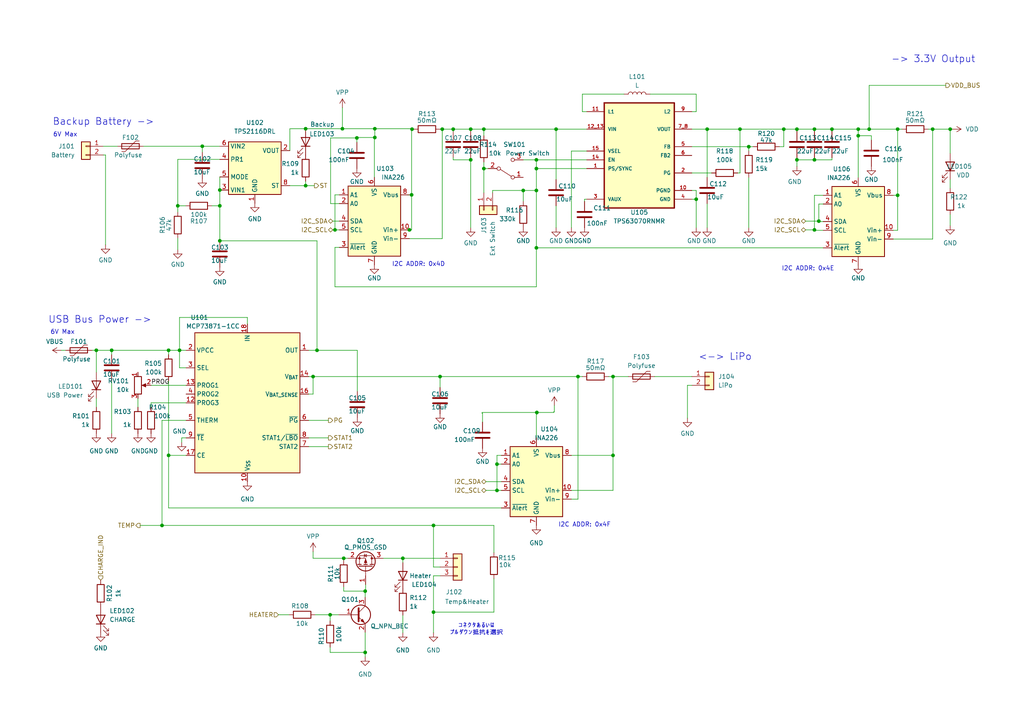
<source format=kicad_sch>
(kicad_sch (version 20250114) (generator "eeschema") (generator_version "9.0")
  (paper "A4")
  (lib_symbols
    (symbol "Battery_Management:MCP73871-1CC"
      (property "Reference" "U" (at -7.62 24.13 0))
      (property "Value" "MCP73871-1CC" (at -15.24 21.59 0))
      (symbol "MCP73871-1CC_1_1"
        (pin input line (at -17.78 15.24 0) (length 2.54) (name "VPCC") (number "2"))
        (pin input line (at -17.78 10.16 0) (length 2.54) (name "SEL") (number "3"))
        (pin bidirectional line (at -17.78 5.08 0) (length 2.54) (name "PROG1") (number "13"))
        (pin input line (at -17.78 2.54 0) (length 2.54) (name "PROG2") (number "4"))
        (pin bidirectional line (at -17.78 0 0) (length 2.54) (name "PROG3") (number "12"))
        (pin bidirectional line (at -17.78 -5.08 0) (length 2.54) (name "THERM") (number "5"))
        (pin input line (at -17.78 -10.16 0) (length 2.54) (name "~{TE}") (number "9"))
        (pin input line (at -17.78 -15.24 0) (length 2.54) (name "CE") (number "17"))
        (pin power_in line (at 0 22.86 270) (length 2.54) (name "IN") (number "18"))
        (pin passive line (at 0 22.86 270) (length 2.54) (hide yes) (name "IN") (number "19"))
        (pin power_in line (at 0 -22.86 90) (length 2.54) (name "V_{SS}") (number "10"))
        (pin passive line (at 0 -22.86 90) (length 2.54) (hide yes) (name "V_{SS}") (number "11"))
        (pin passive line (at 0 -22.86 90) (length 2.54) (hide yes) (name "V_{SS}") (number "21"))
        (pin power_out line (at 17.78 15.24 180) (length 2.54) (name "OUT") (number "1"))
        (pin passive line (at 17.78 15.24 180) (length 2.54) (hide yes) (name "OUT") (number "20"))
        (pin power_out line (at 17.78 7.62 180) (length 2.54) (name "V_{BAT}") (number "14"))
        (pin passive line (at 17.78 7.62 180) (length 2.54) (hide yes) (name "V_{BAT}") (number "15"))
        (pin input line (at 17.78 2.54 180) (length 2.54) (name "V_{BAT_SENSE}") (number "16"))
        (pin open_collector line (at 17.78 -5.08 180) (length 2.54) (name "~{PG}") (number "6"))
        (pin open_collector line (at 17.78 -10.16 180) (length 2.54) (name "STAT1/~{LBO}") (number "8"))
        (pin open_collector line (at 17.78 -12.7 180) (length 2.54) (name "STAT2") (number "7"))
      )
    )
    (symbol "Connector_Generic:Conn_01x02" (pin_names (offset 1.016) (hide yes))
      (property "Reference" "J" (at 0 2.54 0))
      (property "Value" "Conn_01x02" (at 0 -5.08 0))
      (symbol "Conn_01x02_1_1"
        (pin passive line (at -5.08 0 0) (length 3.81) (name "Pin_1") (number "1"))
        (pin passive line (at -5.08 -2.54 0) (length 3.81) (name "Pin_2") (number "2"))
      )
    )
    (symbol "Connector_Generic:Conn_01x03" (pin_names (offset 1.016) (hide yes))
      (property "Reference" "J" (at 0 5.08 0))
      (property "Value" "Conn_01x03" (at 0 -5.08 0))
      (symbol "Conn_01x03_1_1"
        (pin passive line (at -5.08 2.54 0) (length 3.81) (name "Pin_1") (number "1"))
        (pin passive line (at -5.08 0 0) (length 3.81) (name "Pin_2") (number "2"))
        (pin passive line (at -5.08 -2.54 0) (length 3.81) (name "Pin_3") (number "3"))
      )
    )
    (symbol "Device:C" (pin_numbers (hide yes)) (pin_names (offset 0.254))
      (property "Reference" "C" (at 0.635 2.54 0))
      (property "Value" "C" (at 0.635 -2.54 0))
      (symbol "C_1_1"
        (pin passive line (at 0 3.81 270) (length 2.794) (name "~") (number "1"))
        (pin passive line (at 0 -3.81 90) (length 2.794) (name "~") (number "2"))
      )
    )
    (symbol "Device:L" (pin_numbers (hide yes)) (pin_names (offset 1.016) (hide yes))
      (property "Reference" "L" (at -1.27 0 90))
      (property "Value" "L" (at 1.905 0 90))
      (symbol "L_1_1"
        (pin passive line (at 0 3.81 270) (length 1.27) (name "1") (number "1"))
        (pin passive line (at 0 -3.81 90) (length 1.27) (name "2") (number "2"))
      )
    )
    (symbol "Device:LED" (pin_numbers (hide yes)) (pin_names (offset 1.016) (hide yes))
      (property "Reference" "D" (at 0 2.54 0))
      (property "Value" "LED" (at 0 -2.54 0))
      (symbol "LED_1_1"
        (pin passive line (at -3.81 0 0) (length 2.54) (name "K") (number "1"))
        (pin passive line (at 3.81 0 180) (length 2.54) (name "A") (number "2"))
      )
    )
    (symbol "Device:Polyfuse" (pin_numbers (hide yes)) (pin_names (offset 0))
      (property "Reference" "F" (at -2.54 0 90))
      (property "Value" "Polyfuse" (at 2.54 0 90))
      (symbol "Polyfuse_1_1"
        (pin passive line (at 0 3.81 270) (length 1.27) (name "~") (number "1"))
        (pin passive line (at 0 -3.81 90) (length 1.27) (name "~") (number "2"))
      )
    )
    (symbol "Device:Q_NPN_BEC" (pin_names (offset 0) (hide yes))
      (property "Reference" "Q" (at 5.08 1.27 0))
      (property "Value" "Q_NPN_BEC" (at 5.08 -1.27 0))
      (symbol "Q_NPN_BEC_1_1"
        (pin input line (at -5.08 0 0) (length 5.715) (name "B") (number "1"))
        (pin passive line (at 2.54 5.08 270) (length 2.54) (name "C") (number "3"))
        (pin passive line (at 2.54 -5.08 90) (length 2.54) (name "E") (number "2"))
      )
    )
    (symbol "Device:Q_PMOS_GSD" (pin_names (offset 0) (hide yes))
      (property "Reference" "Q" (at 5.08 1.27 0))
      (property "Value" "Q_PMOS_GSD" (at 5.08 -1.27 0))
      (symbol "Q_PMOS_GSD_1_1"
        (pin input line (at -5.08 0 0) (length 2.54) (name "G") (number "1"))
        (pin passive line (at 2.54 5.08 270) (length 2.54) (name "D") (number "3"))
        (pin passive line (at 2.54 -5.08 90) (length 2.54) (name "S") (number "2"))
      )
    )
    (symbol "Device:R" (pin_numbers (hide yes)) (pin_names (offset 0))
      (property "Reference" "R" (at 2.032 0 90))
      (property "Value" "R" (at 0 0 90))
      (symbol "R_1_1"
        (pin passive line (at 0 3.81 270) (length 1.27) (name "~") (number "1"))
        (pin passive line (at 0 -3.81 90) (length 1.27) (name "~") (number "2"))
      )
    )
    (symbol "Device:R_Potentiometer" (pin_names (offset 1.016) (hide yes))
      (property "Reference" "RV" (at -4.445 0 90))
      (property "Value" "R_Potentiometer" (at -2.54 0 90))
      (symbol "R_Potentiometer_1_1"
        (pin passive line (at 0 3.81 270) (length 1.27) (name "1") (number "1"))
        (pin passive line (at 0 -3.81 90) (length 1.27) (name "3") (number "3"))
        (pin passive line (at 3.81 0 180) (length 1.27) (name "2") (number "2"))
      )
    )
    (symbol "GND_1" (power) (pin_numbers (hide yes)) (pin_names (offset 0) (hide yes))
      (property "Value" "GND" (at 0 -3.81 0))
      (symbol "GND_1_1_1"
        (pin power_in line (at 0 0 270) (length 0) (name "~") (number "1"))
      )
    )
    (symbol "GND_2" (power) (pin_numbers (hide yes)) (pin_names (offset 0) (hide yes))
      (property "Value" "GND" (at 0 -3.81 0))
      (symbol "GND_2_1_1"
        (pin power_in line (at 0 0 270) (length 0) (name "~") (number "1"))
      )
    )
    (symbol "Power_Management:TPS2116DRL"
      (property "Reference" "U306" (at 0 13.208 0))
      (property "Value" "TPS2116DRL" (at 0 10.668 0))
      (symbol "TPS2116DRL_1_0"
        (pin power_out line (at 10.16 5.08 180) (length 2.54) (hide yes) (name "VOUT") (number "7"))
      )
      (symbol "TPS2116DRL_1_1"
        (pin power_in line (at -10.16 6.35 0) (length 2.54) (name "VIN2") (number "6"))
        (pin input line (at -10.16 2.54 0) (length 2.54) (name "PR1") (number "4"))
        (pin input line (at -10.16 -2.54 0) (length 2.54) (name "MODE") (number "5"))
        (pin power_in line (at -10.16 -6.35 0) (length 2.54) (name "VIN1") (number "3"))
        (pin power_in line (at 0 -10.16 90) (length 2.54) (name "GND") (number "1"))
        (pin power_out line (at 10.16 5.08 180) (length 2.54) (name "VOUT") (number "2"))
        (pin open_collector line (at 10.16 -5.08 180) (length 2.54) (name "ST") (number "8"))
      )
    )
    (symbol "Sensor_Energy:INA226"
      (property "Reference" "U" (at -6.35 11.43 0))
      (property "Value" "INA226" (at 3.81 11.43 0))
      (symbol "INA226_1_1"
        (pin input line (at -10.16 7.62 0) (length 2.54) (name "Vbus") (number "8"))
        (pin input line (at -10.16 -2.54 0) (length 2.54) (name "Vin+") (number "10"))
        (pin input line (at -10.16 -5.08 0) (length 2.54) (name "Vin-") (number "9"))
        (pin power_in line (at 0 12.7 270) (length 2.54) (name "VS") (number "6"))
        (pin power_in line (at 0 -12.7 90) (length 2.54) (name "GND") (number "7"))
        (pin input line (at 10.16 7.62 180) (length 2.54) (name "A1") (number "1"))
        (pin input line (at 10.16 5.08 180) (length 2.54) (name "A0") (number "2"))
        (pin bidirectional line (at 10.16 0 180) (length 2.54) (name "SDA") (number "4"))
        (pin input line (at 10.16 -2.54 180) (length 2.54) (name "SCL") (number "5"))
        (pin open_collector line (at 10.16 -7.62 180) (length 2.54) (name "~{Alert}") (number "3"))
      )
    )
    (symbol "Switch:SW_SPDT" (pin_names (offset 0) (hide yes))
      (property "Reference" "SW" (at 0 4.318 0))
      (property "Value" "SW_SPDT" (at 0 -5.08 0))
      (symbol "SW_SPDT_1_1"
        (pin passive line (at -5.08 0 0) (length 2.54) (name "B") (number "2"))
        (pin passive line (at 5.08 2.54 180) (length 2.54) (name "A") (number "1"))
        (pin passive line (at 5.08 -2.54 180) (length 2.54) (name "C") (number "3"))
      )
    )
    (symbol "WOBCLibrary:TPS63070RNMR" (pin_names (offset 1.016))
      (property "Reference" "U" (at -12.7 29.21 0))
      (property "Value" "TPS63070RNMR" (at -12.7 -19.24 0))
      (symbol "TPS63070RNMR_0_0"
        (pin bidirectional line (at -15.24 12.7 0) (length 5.08) (name "L1") (number "11"))
        (pin input line (at -15.24 7.62 0) (length 5.08) (name "VIN") (number "12_13"))
        (pin input line (at -15.24 1.27 0) (length 5.08) (name "VSEL") (number "15"))
        (pin input line (at -15.24 -1.27 0) (length 5.08) (name "EN") (number "14"))
        (pin input line (at -15.24 -3.81 0) (length 5.08) (name "PS/SYNC") (number "1"))
        (pin output line (at -15.24 -12.7 0) (length 5.08) (name "VAUX") (number "3"))
        (pin bidirectional line (at 15.24 12.7 180) (length 5.08) (name "L2") (number "9"))
        (pin output line (at 15.24 7.62 180) (length 5.08) (name "VOUT") (number "7_8"))
        (pin input line (at 15.24 2.54 180) (length 5.08) (name "FB") (number "5"))
        (pin output line (at 15.24 0 180) (length 5.08) (name "FB2") (number "6"))
        (pin output line (at 15.24 -5.08 180) (length 5.08) (name "PG") (number "2"))
        (pin power_in line (at 15.24 -10.16 180) (length 5.08) (name "PGND") (number "10"))
        (pin power_in line (at 15.24 -12.7 180) (length 5.08) (name "GND") (number "4"))
      )
    )
    (symbol "power:GND" (power) (pin_names (offset 0))
      (property "Value" "GND" (at 0 -3.81 0))
      (symbol "GND_1_1"
        (pin power_in line (at 0 0 270) (length 0) (hide yes) (name "GND") (number "1"))
      )
    )
    (symbol "power:VBUS" (power) (pin_names (offset 0))
      (property "Value" "VBUS" (at 0 3.81 0))
      (symbol "VBUS_1_1"
        (pin power_in line (at 0 0 90) (length 0) (hide yes) (name "VBUS") (number "1"))
      )
    )
    (symbol "power:VDD" (power) (pin_names (offset 0))
      (property "Value" "VDD" (at 0 3.81 0))
      (symbol "VDD_1_1"
        (pin power_in line (at 0 0 90) (length 0) (hide yes) (name "VDD") (number "1"))
      )
    )
    (symbol "power:VPP" (power) (pin_names (offset 0))
      (property "Value" "VPP" (at 0 3.81 0))
      (symbol "VPP_1_1"
        (pin power_in line (at 0 0 90) (length 0) (hide yes) (name "VPP") (number "1"))
      )
    )
  )
  (text "6V Max" (at 14.605 97.155 0) (effects (font (size 1.27 1.27)) (justify left bottom)))
  (text "USB Bus Power ->" (at 13.97 93.98 0) (effects (font (size 2 2)) (justify left bottom)))
  (text "<-> LiPo" (at 202.565 104.775 0) (effects (font (size 2 2)) (justify left bottom)))
  (text "I2C ADDR: 0x4D" (at 113.665 77.47 0) (effects (font (size 1.27 1.27)) (justify left bottom)))
  (text "I2C ADDR: 0x4F" (at 161.925 153.035 0) (effects (font (size 1.27 1.27)) (justify left bottom)))
  (text "-> 3.3V Output" (at 258.445 18.415 0) (effects (font (size 2 2)) (justify left bottom)))
  (text "6V Max" (at 15.367 39.878 0) (effects (font (size 1.27 1.27)) (justify left bottom)))
  (text "I2C ADDR: 0x4E" (at 226.695 78.74 0) (effects (font (size 1.27 1.27)) (justify left bottom)))
  (text "コネクタあるいは\nプルダウン抵抗を選択" (at 138.176 182.626 0) (effects (font (size 1.27 1.27))))
  (text "Backup Battery ->" (at 15.24 36.576 0) (effects (font (size 2 2)) (justify left bottom)))
  (junction (at 108.712 37.338))
  (junction (at 260.35 56.642))
  (junction (at 214.63 37.465))
  (junction (at 63.754 69.85))
  (junction (at 105.918 189.23))
  (junction (at 119.507 37.465))
  (junction (at 248.92 37.465))
  (junction (at 231.14 46.355))
  (junction (at 125.73 177.546))
  (junction (at 125.73 152.4))
  (junction (at 155.575 48.895))
  (junction (at 237.49 64.135))
  (junction (at 227.33 37.465))
  (junction (at 88.646 37.338))
  (junction (at 201.93 57.785))
  (junction (at 217.17 42.545))
  (junction (at 131.445 37.465))
  (junction (at 236.22 46.355))
  (junction (at 128.27 37.465))
  (junction (at 32.385 101.6))
  (junction (at 236.22 66.675))
  (junction (at 27.94 101.6))
  (junction (at 88.646 53.848))
  (junction (at 161.29 37.465))
  (junction (at 252.095 37.465))
  (junction (at 151.765 55.245))
  (junction (at 144.145 142.24))
  (junction (at 108.712 39.878))
  (junction (at 90.805 109.22))
  (junction (at 99.695 161.925))
  (junction (at 231.14 37.465))
  (junction (at 167.64 109.22))
  (junction (at 51.562 59.69))
  (junction (at 91.948 101.6))
  (junction (at 236.22 37.465))
  (junction (at 127.635 109.22))
  (junction (at 155.575 71.882))
  (junction (at 260.35 37.465))
  (junction (at 97.155 66.675))
  (junction (at 155.702 119.634))
  (junction (at 140.335 37.465))
  (junction (at 95.758 178.308))
  (junction (at 119.38 56.515))
  (junction (at 140.335 48.895))
  (junction (at 144.145 134.62))
  (junction (at 270.51 37.465))
  (junction (at 103.505 40.005))
  (junction (at 105.918 171.45))
  (junction (at 116.84 161.925))
  (junction (at 52.07 101.6))
  (junction (at 118.745 66.675))
  (junction (at 48.895 132.08))
  (junction (at 177.8 132.08))
  (junction (at 46.99 152.4))
  (junction (at 275.59 37.465))
  (junction (at 63.754 55.118))
  (junction (at 241.3 37.465))
  (junction (at 136.525 37.465))
  (junction (at 205.105 37.465))
  (junction (at 155.575 46.355))
  (junction (at 136.525 46.355))
  (junction (at 63.754 59.69))
  (junction (at 155.575 55.245))
  (junction (at 99.314 37.338))
  (junction (at 48.895 101.6))
  (junction (at 248.92 39.37))
  (junction (at 58.674 42.418))
  (junction (at 177.8 109.22))
  (wire (pts (xy 142.875 55.245) (xy 151.765 55.245)))
  (wire (pts (xy 199.39 111.76) (xy 200.66 111.76)))
  (wire (pts (xy 217.17 42.545) (xy 218.44 42.545)))
  (wire (pts (xy 98.425 71.755) (xy 97.155 71.755)))
  (wire (pts (xy 51.562 59.69) (xy 51.562 61.468)))
  (wire (pts (xy 259.08 56.642) (xy 260.35 56.642)))
  (wire (pts (xy 89.535 127) (xy 95.25 127)))
  (wire (pts (xy 88.646 53.848) (xy 84.074 53.848)))
  (wire (pts (xy 270.51 37.465) (xy 275.59 37.465)))
  (wire (pts (xy 199.39 121.285) (xy 199.39 111.76)))
  (wire (pts (xy 161.29 37.465) (xy 170.18 37.465)))
  (wire (pts (xy 95.758 178.308) (xy 98.298 178.308)))
  (wire (pts (xy 236.22 45.72) (xy 236.22 46.355)))
  (wire (pts (xy 236.22 37.465) (xy 241.3 37.465)))
  (wire (pts (xy 144.145 134.62) (xy 144.145 132.08)))
  (wire (pts (xy 189.865 109.22) (xy 200.66 109.22)))
  (wire (pts (xy 217.17 43.815) (xy 217.17 42.545)))
  (wire (pts (xy 206.375 50.165) (xy 200.66 50.165)))
  (wire (pts (xy 168.91 32.385) (xy 170.18 32.385)))
  (wire (pts (xy 140.335 37.465) (xy 161.29 37.465)))
  (wire (pts (xy 105.918 171.45) (xy 106.045 171.45)))
  (wire (pts (xy 248.92 39.37) (xy 248.92 51.562)))
  (wire (pts (xy 201.93 27.305) (xy 201.93 32.385)))
  (wire (pts (xy 105.918 190.5) (xy 105.918 189.23)))
  (wire (pts (xy 95.885 59.055) (xy 95.885 40.005)))
  (wire (pts (xy 43.815 118.11) (xy 43.815 116.84)))
  (wire (pts (xy 155.575 48.895) (xy 155.575 55.245)))
  (wire (pts (xy 84.074 37.338) (xy 88.646 37.338)))
  (wire (pts (xy 160.655 119.38) (xy 160.655 119.634)))
  (wire (pts (xy 17.78 101.6) (xy 19.05 101.6)))
  (wire (pts (xy 48.895 132.08) (xy 48.895 147.32)))
  (wire (pts (xy 155.702 119.634) (xy 155.702 120.142)))
  (wire (pts (xy 29.972 44.958) (xy 30.607 44.958)))
  (wire (pts (xy 176.53 109.22) (xy 177.8 109.22)))
  (wire (pts (xy 252.73 39.37) (xy 248.92 39.37)))
  (wire (pts (xy 98.425 56.515) (xy 97.155 56.515)))
  (wire (pts (xy 136.525 45.72) (xy 136.525 46.355)))
  (wire (pts (xy 201.93 57.785) (xy 200.66 57.785)))
  (wire (pts (xy 236.22 46.355) (xy 231.14 46.355)))
  (wire (pts (xy 58.674 42.418) (xy 63.754 42.418)))
  (wire (pts (xy 143.256 152.4) (xy 143.256 160.274)))
  (wire (pts (xy 48.895 101.6) (xy 48.895 102.87)))
  (wire (pts (xy 108.712 37.338) (xy 119.507 37.338)))
  (wire (pts (xy 139.827 119.888) (xy 139.827 119.634)))
  (wire (pts (xy 131.445 45.72) (xy 131.445 46.355)))
  (wire (pts (xy 105.918 189.23) (xy 105.918 183.388)))
  (wire (pts (xy 248.92 76.962) (xy 248.92 76.835)))
  (wire (pts (xy 252.095 37.465) (xy 260.35 37.465)))
  (wire (pts (xy 41.656 42.418) (xy 58.674 42.418)))
  (wire (pts (xy 260.35 37.465) (xy 261.62 37.465)))
  (wire (pts (xy 95.758 180.086) (xy 95.758 178.308)))
  (wire (pts (xy 236.22 66.802) (xy 238.76 66.802)))
  (wire (pts (xy 142.875 55.88) (xy 142.875 55.245)))
  (wire (pts (xy 160.782 119.38) (xy 160.782 117.602)))
  (wire (pts (xy 99.314 31.242) (xy 99.314 37.338)))
  (wire (pts (xy 260.35 37.465) (xy 260.35 56.642)))
  (wire (pts (xy 155.575 71.882) (xy 238.76 71.882)))
  (wire (pts (xy 90.805 114.3) (xy 90.805 109.22)))
  (wire (pts (xy 88.646 53.848) (xy 88.646 52.578)))
  (wire (pts (xy 177.8 132.08) (xy 177.8 109.22)))
  (wire (pts (xy 53.975 121.92) (xy 46.99 121.92)))
  (wire (pts (xy 63.754 46.228) (xy 51.562 46.228)))
  (wire (pts (xy 32.385 110.49) (xy 32.385 125.73)))
  (wire (pts (xy 98.425 59.055) (xy 95.885 59.055)))
  (wire (pts (xy 63.754 69.85) (xy 63.754 59.69)))
  (wire (pts (xy 241.3 46.355) (xy 236.22 46.355)))
  (wire (pts (xy 99.314 37.338) (xy 108.712 37.338)))
  (wire (pts (xy 139.827 119.888) (xy 139.954 119.888)))
  (wire (pts (xy 217.17 51.435) (xy 217.17 66.04)))
  (wire (pts (xy 275.59 65.405) (xy 275.59 62.23)))
  (wire (pts (xy 140.97 139.7) (xy 145.415 139.7)))
  (wire (pts (xy 131.445 37.465) (xy 131.445 38.1)))
  (wire (pts (xy 97.155 71.755) (xy 97.155 83.185)))
  (wire (pts (xy 108.712 37.338) (xy 108.712 39.878)))
  (wire (pts (xy 80.772 178.308) (xy 83.82 178.308)))
  (wire (pts (xy 136.525 37.465) (xy 140.335 37.465)))
  (wire (pts (xy 63.754 51.308) (xy 63.754 55.118)))
  (wire (pts (xy 200.66 37.465) (xy 205.105 37.465)))
  (wire (pts (xy 106.045 171.45) (xy 106.045 169.545)))
  (wire (pts (xy 90.805 109.22) (xy 127.635 109.22)))
  (wire (pts (xy 165.735 144.78) (xy 167.64 144.78)))
  (wire (pts (xy 97.155 56.515) (xy 97.155 66.675)))
  (wire (pts (xy 140.335 37.465) (xy 140.335 39.37)))
  (wire (pts (xy 127.635 109.22) (xy 127.635 112.395)))
  (wire (pts (xy 205.105 66.04) (xy 205.105 59.055)))
  (wire (pts (xy 252.73 40.64) (xy 252.73 39.37)))
  (wire (pts (xy 236.22 56.642) (xy 236.22 66.675)))
  (wire (pts (xy 233.68 66.675) (xy 236.22 66.675)))
  (wire (pts (xy 227.33 37.465) (xy 231.14 37.465)))
  (wire (pts (xy 51.562 46.228) (xy 51.562 59.69)))
  (wire (pts (xy 136.525 46.355) (xy 136.525 66.04)))
  (wire (pts (xy 127.635 37.465) (xy 128.27 37.465)))
  (wire (pts (xy 27.94 118.11) (xy 27.94 115.57)))
  (wire (pts (xy 51.562 69.088) (xy 51.562 72.39)))
  (wire (pts (xy 236.22 66.802) (xy 236.22 66.675)))
  (wire (pts (xy 169.545 58.42) (xy 169.545 57.785)))
  (wire (pts (xy 58.674 42.418) (xy 58.674 44.196)))
  (wire (pts (xy 91.44 178.308) (xy 95.758 178.308)))
  (wire (pts (xy 108.712 40.259) (xy 108.585 40.259)))
  (wire (pts (xy 167.64 109.22) (xy 168.91 109.22)))
  (wire (pts (xy 116.84 161.925) (xy 127.635 161.925)))
  (wire (pts (xy 108.585 40.259) (xy 108.585 51.435)))
  (wire (pts (xy 103.505 41.275) (xy 103.505 40.005)))
  (wire (pts (xy 144.145 134.62) (xy 144.145 142.24)))
  (wire (pts (xy 131.445 37.465) (xy 136.525 37.465)))
  (wire (pts (xy 140.97 142.24) (xy 144.145 142.24)))
  (wire (pts (xy 88.646 37.338) (xy 99.314 37.338)))
  (wire (pts (xy 26.67 101.6) (xy 27.94 101.6)))
  (wire (pts (xy 241.3 37.465) (xy 241.3 38.1)))
  (wire (pts (xy 118.11 66.675) (xy 118.745 66.675)))
  (wire (pts (xy 248.92 37.465) (xy 248.92 39.37)))
  (wire (pts (xy 168.91 27.305) (xy 168.91 32.385)))
  (wire (pts (xy 145.415 134.62) (xy 144.145 134.62)))
  (wire (pts (xy 140.335 48.895) (xy 140.335 55.88)))
  (wire (pts (xy 275.59 37.465) (xy 276.225 37.465)))
  (wire (pts (xy 91.948 101.6) (xy 103.632 101.6)))
  (wire (pts (xy 155.575 46.355) (xy 170.18 46.355)))
  (wire (pts (xy 99.695 170.18) (xy 99.695 171.45)))
  (wire (pts (xy 201.93 32.385) (xy 200.66 32.385)))
  (wire (pts (xy 96.52 64.135) (xy 98.425 64.135)))
  (wire (pts (xy 241.3 45.72) (xy 241.3 46.355)))
  (wire (pts (xy 248.92 37.465) (xy 252.095 37.465)))
  (wire (pts (xy 167.64 109.22) (xy 167.64 144.78)))
  (wire (pts (xy 136.525 37.465) (xy 136.525 38.1)))
  (wire (pts (xy 71.755 92.075) (xy 71.755 93.98)))
  (wire (pts (xy 51.562 59.69) (xy 53.848 59.69)))
  (wire (pts (xy 274.32 24.765) (xy 252.095 24.765)))
  (wire (pts (xy 46.99 152.4) (xy 125.73 152.4)))
  (wire (pts (xy 52.07 101.6) (xy 53.975 101.6)))
  (wire (pts (xy 32.385 101.6) (xy 32.385 102.87)))
  (wire (pts (xy 214.63 37.465) (xy 227.33 37.465)))
  (wire (pts (xy 84.074 43.688) (xy 84.074 37.338)))
  (wire (pts (xy 170.18 43.815) (xy 165.735 43.815)))
  (wire (pts (xy 116.84 183.515) (xy 116.84 178.435)))
  (wire (pts (xy 52.07 106.68) (xy 52.07 101.6)))
  (wire (pts (xy 259.08 66.802) (xy 260.35 66.802)))
  (wire (pts (xy 165.735 132.08) (xy 177.8 132.08)))
  (wire (pts (xy 52.705 128.27) (xy 52.705 127)))
  (wire (pts (xy 95.25 129.54) (xy 89.535 129.54)))
  (wire (pts (xy 231.14 46.355) (xy 231.14 45.72)))
  (wire (pts (xy 237.49 59.182) (xy 237.49 64.135)))
  (wire (pts (xy 155.575 120.142) (xy 155.575 127)))
  (wire (pts (xy 108.712 39.878) (xy 108.712 40.259)))
  (wire (pts (xy 127.635 164.465) (xy 125.73 164.465)))
  (wire (pts (xy 177.8 109.22) (xy 182.245 109.22)))
  (wire (pts (xy 103.505 39.878) (xy 103.505 40.005)))
  (wire (pts (xy 260.35 66.802) (xy 260.35 56.642)))
  (wire (pts (xy 91.186 53.848) (xy 88.646 53.848)))
  (wire (pts (xy 95.885 40.005) (xy 103.505 40.005)))
  (wire (pts (xy 95.758 189.23) (xy 105.918 189.23)))
  (wire (pts (xy 140.335 46.99) (xy 140.335 48.895)))
  (wire (pts (xy 213.995 50.165) (xy 214.63 50.165)))
  (wire (pts (xy 201.93 57.785) (xy 201.93 66.04)))
  (wire (pts (xy 90.805 160.02) (xy 90.805 161.925)))
  (wire (pts (xy 118.745 66.675) (xy 119.38 66.675)))
  (wire (pts (xy 200.66 42.545) (xy 217.17 42.545)))
  (wire (pts (xy 119.38 66.675) (xy 119.38 56.515)))
  (wire (pts (xy 125.73 167.005) (xy 127.635 167.005)))
  (wire (pts (xy 226.06 42.545) (xy 227.33 42.545)))
  (wire (pts (xy 139.827 119.634) (xy 155.702 119.634)))
  (wire (pts (xy 151.765 46.355) (xy 155.575 46.355)))
  (wire (pts (xy 160.655 119.38) (xy 160.782 119.38)))
  (wire (pts (xy 125.73 177.546) (xy 143.256 177.546)))
  (wire (pts (xy 128.27 37.465) (xy 131.445 37.465)))
  (wire (pts (xy 237.49 64.262) (xy 238.76 64.262)))
  (wire (pts (xy 238.76 59.182) (xy 237.49 59.182)))
  (wire (pts (xy 105.918 171.45) (xy 105.918 173.228)))
  (wire (pts (xy 89.535 114.3) (xy 90.805 114.3)))
  (wire (pts (xy 170.18 48.895) (xy 155.575 48.895)))
  (wire (pts (xy 91.948 69.85) (xy 91.948 101.6)))
  (wire (pts (xy 53.975 106.68) (xy 52.07 106.68)))
  (wire (pts (xy 205.105 37.465) (xy 214.63 37.465)))
  (wire (pts (xy 63.754 59.69) (xy 63.754 55.118)))
  (wire (pts (xy 30.607 44.958) (xy 30.607 70.993)))
  (wire (pts (xy 144.145 142.24) (xy 145.415 142.24)))
  (wire (pts (xy 95.758 187.706) (xy 95.758 189.23)))
  (wire (pts (xy 237.49 64.262) (xy 237.49 64.135)))
  (wire (pts (xy 99.695 161.925) (xy 100.965 161.925)))
  (wire (pts (xy 205.105 37.465) (xy 205.105 51.435)))
  (wire (pts (xy 201.93 55.245) (xy 201.93 57.785)))
  (wire (pts (xy 161.29 52.07) (xy 161.29 37.465)))
  (wire (pts (xy 155.575 55.245) (xy 155.575 71.882)))
  (wire (pts (xy 99.695 171.45) (xy 105.918 171.45)))
  (wire (pts (xy 97.155 83.185) (xy 155.575 83.185)))
  (wire (pts (xy 90.805 161.925) (xy 99.695 161.925)))
  (wire (pts (xy 155.575 46.355) (xy 155.575 48.895)))
  (wire (pts (xy 103.632 101.6) (xy 103.632 113.538)))
  (wire (pts (xy 227.33 42.545) (xy 227.33 37.465)))
  (wire (pts (xy 214.63 50.165) (xy 214.63 37.465)))
  (wire (pts (xy 46.99 121.92) (xy 46.99 152.4)))
  (wire (pts (xy 61.468 59.69) (xy 63.754 59.69)))
  (wire (pts (xy 118.745 69.215) (xy 128.27 69.215)))
  (wire (pts (xy 161.29 59.69) (xy 161.29 66.04)))
  (wire (pts (xy 269.24 37.465) (xy 270.51 37.465)))
  (wire (pts (xy 155.575 83.185) (xy 155.575 71.882)))
  (wire (pts (xy 236.22 56.642) (xy 238.76 56.642)))
  (wire (pts (xy 144.145 132.08) (xy 145.415 132.08)))
  (wire (pts (xy 125.73 164.465) (xy 125.73 152.4)))
  (wire (pts (xy 165.735 43.815) (xy 165.735 66.04)))
  (wire (pts (xy 270.51 69.342) (xy 270.51 37.465)))
  (wire (pts (xy 165.735 142.24) (xy 177.8 142.24)))
  (wire (pts (xy 43.815 111.76) (xy 53.975 111.76)))
  (wire (pts (xy 52.07 92.075) (xy 52.07 101.6)))
  (wire (pts (xy 259.08 69.342) (xy 270.51 69.342)))
  (wire (pts (xy 43.815 116.84) (xy 53.975 116.84)))
  (wire (pts (xy 169.545 57.785) (xy 170.18 57.785)))
  (wire (pts (xy 151.765 55.245) (xy 151.765 58.42)))
  (wire (pts (xy 200.66 55.245) (xy 201.93 55.245)))
  (wire (pts (xy 131.445 46.355) (xy 136.525 46.355)))
  (wire (pts (xy 143.256 177.546) (xy 143.256 167.894)))
  (wire (pts (xy 89.535 121.92) (xy 95.25 121.92)))
  (wire (pts (xy 127.635 109.22) (xy 167.64 109.22)))
  (wire (pts (xy 119.507 37.338) (xy 119.507 37.465)))
  (wire (pts (xy 241.3 37.465) (xy 248.92 37.465)))
  (wire (pts (xy 103.505 39.878) (xy 108.712 39.878)))
  (wire (pts (xy 29.972 42.418) (xy 34.036 42.418)))
  (wire (pts (xy 32.385 101.6) (xy 48.895 101.6)))
  (wire (pts (xy 111.125 161.925) (xy 116.84 161.925)))
  (wire (pts (xy 118.11 56.515) (xy 119.38 56.515)))
  (wire (pts (xy 48.895 110.49) (xy 48.895 132.08)))
  (wire (pts (xy 233.68 64.135) (xy 237.49 64.135)))
  (wire (pts (xy 40.64 152.4) (xy 46.99 152.4)))
  (wire (pts (xy 160.655 119.634) (xy 155.702 119.634)))
  (wire (pts (xy 119.38 37.465) (xy 119.38 56.515)))
  (wire (pts (xy 99.695 161.925) (xy 99.695 162.56)))
  (wire (pts (xy 71.755 92.075) (xy 52.07 92.075)))
  (wire (pts (xy 89.535 101.6) (xy 91.948 101.6)))
  (wire (pts (xy 151.765 55.245) (xy 155.575 55.245)))
  (wire (pts (xy 96.52 66.675) (xy 97.155 66.675)))
  (wire (pts (xy 116.84 163.195) (xy 116.84 161.925)))
  (wire (pts (xy 125.73 152.4) (xy 143.256 152.4)))
  (wire (pts (xy 231.14 37.465) (xy 231.14 38.1)))
  (wire (pts (xy 48.895 147.32) (xy 145.415 147.32)))
  (wire (pts (xy 27.94 101.6) (xy 32.385 101.6)))
  (wire (pts (xy 97.155 66.675) (xy 98.425 66.675)))
  (wire (pts (xy 139.954 119.888) (xy 139.954 122.428)))
  (wire (pts (xy 40.005 118.11) (xy 40.005 115.57)))
  (wire (pts (xy 275.59 54.61) (xy 275.59 52.07)))
  (wire (pts (xy 275.59 37.465) (xy 275.59 44.45)))
  (wire (pts (xy 180.975 27.305) (xy 168.91 27.305)))
  (wire (pts (xy 119.38 37.465) (xy 119.507 37.465)))
  (wire (pts (xy 125.73 177.546) (xy 125.73 167.005)))
  (wire (pts (xy 119.507 37.465) (xy 120.015 37.465)))
  (wire (pts (xy 252.095 24.765) (xy 252.095 37.465)))
  (wire (pts (xy 89.535 109.22) (xy 90.805 109.22)))
  (wire (pts (xy 125.73 183.515) (xy 125.73 177.546)))
  (wire (pts (xy 63.754 69.85) (xy 91.948 69.85)))
  (wire (pts (xy 128.27 69.215) (xy 128.27 37.465)))
  (wire (pts (xy 231.14 46.355) (xy 231.14 48.26)))
  (wire (pts (xy 27.94 101.6) (xy 27.94 107.95)))
  (wire (pts (xy 140.335 48.895) (xy 141.605 48.895)))
  (wire (pts (xy 236.22 37.465) (xy 236.22 38.1)))
  (wire (pts (xy 155.702 120.142) (xy 155.575 120.142)))
  (wire (pts (xy 188.595 27.305) (xy 201.93 27.305)))
  (wire (pts (xy 53.975 132.08) (xy 48.895 132.08)))
  (wire (pts (xy 231.14 37.465) (xy 236.22 37.465)))
  (wire (pts (xy 177.8 142.24) (xy 177.8 132.08)))
  (wire (pts (xy 52.705 127) (xy 53.975 127)))
  (wire (pts (xy 48.895 101.6) (xy 52.07 101.6)))
  (label "PROG" (at 43.815 111.76 0))
  (hierarchical_label "STAT1" (shape output) (at 95.25 127 0))
  (hierarchical_label "I2C_SCL" (shape bidirectional) (at 233.68 66.675 180))
  (hierarchical_label "STAT2" (shape output) (at 95.25 129.54 0))
  (hierarchical_label "HEATER" (shape input) (at 80.772 178.308 180))
  (hierarchical_label "TEMP" (shape output) (at 40.64 152.4 180))
  (hierarchical_label "I2C_SCL" (shape bidirectional) (at 140.97 142.24 180))
  (hierarchical_label "PG" (shape output) (at 95.25 121.92 0))
  (hierarchical_label "VDD_BUS" (shape output) (at 274.32 24.765 0))
  (hierarchical_label "ST" (shape output) (at 91.186 53.848 0))
  (hierarchical_label "CHARGE_IND" (shape input) (at 29.21 168.275 90))
  (hierarchical_label "I2C_SDA" (shape bidirectional) (at 140.97 139.7 180))
  (hierarchical_label "I2C_SDA" (shape bidirectional) (at 96.52 64.135 180))
  (hierarchical_label "I2C_SDA" (shape bidirectional) (at 233.68 64.135 180))
  (hierarchical_label "I2C_SCL" (shape bidirectional) (at 96.52 66.675 180))
  (symbol (lib_id "Device:C") (at 58.674 48.006 0) (unit 1)
    (property "Reference" "C102" (at 56.134 46.101 0) (effects (justify left)))
    (property "Value" "10uF" (at 56.134 49.911 0) (effects (justify left)))
    (property "Footprint" "Capacitor_SMD:C_0603_1608Metric" (effects (hide yes)))
    (property "LCSC" "C96446" (effects (hide yes)))
  )
  (symbol (lib_id "power:GND") (at 71.755 139.7 0) (unit 1)
    (property "Reference" "#PWR0112" (effects (hide yes)))
    (property "Value" "GND" (at 71.755 144.78 0))
  )
  (symbol (lib_id "power:GND") (at 252.73 48.26 0) (unit 1)
    (property "Reference" "#PWR0137" (effects (hide yes)))
    (property "Value" "GND" (at 252.73 52.07 0))
  )
  (symbol (lib_id "power:GND") (at 103.632 121.158 0) (unit 1)
    (property "Reference" "#PWR0117" (effects (hide yes)))
    (property "Value" "GND" (at 103.632 124.968 0))
  )
  (symbol (lib_id "Device:C") (at 32.385 106.68 0) (unit 1)
    (property "Reference" "C101" (at 29.845 104.775 0) (effects (justify left)))
    (property "Value" "10uF" (at 29.845 108.585 0) (effects (justify left)))
    (property "Footprint" "Capacitor_SMD:C_0603_1608Metric" (effects (hide yes)))
    (property "LCSC" "C96446" (effects (hide yes)))
  )
  (symbol (lib_id "Device:C") (at 236.22 41.91 0) (unit 1)
    (property "Reference" "C114" (at 236.855 40.005 0) (effects (justify left)))
    (property "Value" "22uF" (at 236.22 43.815 0) (effects (justify left)))
    (property "Footprint" "Capacitor_SMD:C_0805_2012Metric" (effects (hide yes)))
    (property "LCSC" "C45783" (effects (hide yes)))
  )
  (symbol (lib_id "Device:LED") (at 275.59 48.26 270) (mirror x) (unit 1)
    (property "Reference" "LED105" (at 281.94 48.26 90) (effects (justify right)))
    (property "Value" "VDD" (at 281.305 50.8 90) (effects (justify right)))
    (property "Footprint" "LED_SMD:LED_0805_2012Metric" (effects (hide yes)))
    (property "LCSC" "C2297" (effects (hide yes)))
  )
  (symbol (lib_id "Device:C") (at 136.525 41.91 0) (unit 1)
    (property "Reference" "C108" (at 134.62 40.005 0) (effects (justify left)))
    (property "Value" "22uF" (at 134.62 43.815 0) (effects (justify left)))
    (property "Footprint" "Capacitor_SMD:C_0805_2012Metric" (effects (hide yes)))
    (property "LCSC" "C45783" (effects (hide yes)))
  )
  (symbol (lib_id "Sensor_Energy:INA226") (at 108.585 64.135 0) (mirror y) (unit 1)
    (property "Reference" "U103" (at 114.3 48.895 0) (effects (justify left)))
    (property "Value" "INA226" (at 117.475 51.435 0) (effects (justify left)))
    (property "Footprint" "Package_SO:VSSOP-10_3x3mm_P0.5mm" (effects (hide yes)))
    (property "Datasheet" "http://www.ti.com/lit/ds/symlink/ina226.pdf" (effects (hide yes)))
    (property "LCSC" "C49851" (effects (hide yes)))
  )
  (symbol (lib_name "GND_1") (lib_id "power:GND") (at 63.754 77.47 0) (unit 1)
    (property "Reference" "#PWR0111" (effects (hide yes)))
    (property "Value" "GND" (at 63.754 81.788 0))
    (property "Description" "Power symbol creates a global label with name \"GND\" , ground" (effects (hide yes)))
  )
  (symbol (lib_id "Device:R") (at 27.94 121.92 0) (mirror y) (unit 1)
    (property "Reference" "R101" (at 26.035 120.65 0) (effects (justify left)))
    (property "Value" "1k" (at 26.035 123.19 0) (effects (justify left)))
    (property "Footprint" "Resistor_SMD:R_0402_1005Metric" (effects (hide yes)))
    (property "LCSC" "C11702" (effects (hide yes)))
  )
  (symbol (lib_id "power:GND") (at 30.607 70.993 0) (unit 1)
    (property "Reference" "#PWR0104" (effects (hide yes)))
    (property "Value" "GND" (at 30.607 75.438 0))
  )
  (symbol (lib_id "Device:C") (at 231.14 41.91 0) (unit 1)
    (property "Reference" "C113" (at 231.775 40.005 0) (effects (justify left)))
    (property "Value" "22uF" (at 231.14 43.815 0) (effects (justify left)))
    (property "Footprint" "Capacitor_SMD:C_0805_2012Metric" (effects (hide yes)))
    (property "LCSC" "C45783" (effects (hide yes)))
  )
  (symbol (lib_id "Device:LED") (at 116.84 167.005 270) (mirror x) (unit 1)
    (property "Reference" "LED104" (at 119.38 169.545 90) (effects (justify left)))
    (property "Value" "Heater" (at 118.745 167.005 90) (effects (justify left)))
    (property "Footprint" "LED_SMD:LED_0805_2012Metric" (effects (hide yes)))
    (property "LCSC" "C2296" (effects (hide yes)))
  )
  (symbol (lib_id "Device:L") (at 184.785 27.305 90) (unit 1)
    (property "Reference" "L101" (at 184.785 22.225 90))
    (property "Value" "L" (at 184.785 24.765 90))
    (property "Footprint" "Inductor_SMD:L_Wuerth_WE-TPC-3816" (effects (hide yes)))
    (property "LCSC" "C3033018" (effects (hide yes)))
  )
  (symbol (lib_id "Connector_Generic:Conn_01x02") (at 205.74 109.22 0) (unit 1)
    (property "Reference" "J104" (at 208.28 109.22 0) (effects (justify left)))
    (property "Value" "LiPo" (at 208.28 111.76 0) (effects (justify left)))
    (property "Footprint" "Connector_JST:JST_PH_S2B-PH-K_1x02_P2.00mm_Horizontal" (effects (hide yes)))
  )
  (symbol (lib_id "Device:R") (at 87.63 178.308 270) (unit 1)
    (property "Reference" "R108" (at 86.995 175.768 90))
    (property "Value" "10k" (at 87.63 180.848 90))
    (property "Footprint" "Resistor_SMD:R_0402_1005Metric" (effects (hide yes)))
    (property "LCSC" "C25744" (effects (hide yes)))
  )
  (symbol (lib_id "power:GND") (at 201.93 66.04 0) (unit 1)
    (property "Reference" "#PWR0132" (effects (hide yes)))
    (property "Value" "GND" (at 201.295 69.85 0))
  )
  (symbol (lib_id "power:GND") (at 155.575 152.4 0) (unit 1)
    (property "Reference" "#PWR0126" (effects (hide yes)))
    (property "Value" "GND" (at 155.575 157.48 0))
  )
  (symbol (lib_id "power:GND") (at 199.39 121.285 0) (unit 1)
    (property "Reference" "#PWR0131" (effects (hide yes)))
    (property "Value" "GND" (at 199.39 125.73 0))
  )
  (symbol (lib_id "Power_Management:TPS2116DRL") (at 73.914 48.768 0) (unit 1)
    (property "Reference" "U102" (at 73.914 35.56 0))
    (property "Value" "TPS2116DRL" (at 73.914 38.1 0))
    (property "Footprint" "Package_TO_SOT_SMD:SOT-583-8" (effects (hide yes)))
    (property "Datasheet" "https://www.ti.com/lit/ds/symlink/tps2116.pdf" (effects (hide yes)))
    (property "Description" "2 Channnels Power Mux with Manual and Priority Switchover, 1.6-5.5V Input Voltage, 2.5A Output Current, Ron 40 mOhm, SOT-583-8" (effects (hide yes)))
  )
  (symbol (lib_id "Device:C") (at 205.105 55.245 0) (unit 1)
    (property "Reference" "C112" (at 205.74 53.34 0) (effects (justify left)))
    (property "Value" "10uF" (at 205.105 57.15 0) (effects (justify left)))
    (property "Footprint" "Capacitor_SMD:C_0603_1608Metric" (effects (hide yes)))
    (property "LCSC" "C96446" (effects (hide yes)))
  )
  (symbol (lib_id "Device:C") (at 241.3 41.91 0) (unit 1)
    (property "Reference" "C115" (at 241.935 40.005 0) (effects (justify left)))
    (property "Value" "22uF" (at 241.3 43.815 0) (effects (justify left)))
    (property "Footprint" "Capacitor_SMD:C_0805_2012Metric" (effects (hide yes)))
    (property "LCSC" "C45783" (effects (hide yes)))
  )
  (symbol (lib_id "Device:R") (at 222.25 42.545 90) (unit 1)
    (property "Reference" "R120" (at 222.25 38.735 90))
    (property "Value" "47k" (at 222.25 40.64 90))
    (property "Footprint" "Resistor_SMD:R_0402_1005Metric" (effects (hide yes)))
    (property "LCSC" "C25792" (effects (hide yes)))
  )
  (symbol (lib_id "Device:Q_PMOS_GSD") (at 106.045 164.465 270) (mirror x) (unit 1)
    (property "Reference" "Q102" (at 106.045 156.845 90))
    (property "Value" "Q_PMOS_GSD" (at 106.045 158.75 90))
    (property "Footprint" "Package_TO_SOT_SMD:SOT-23" (effects (hide yes)))
    (property "LCSC" "C15127" (effects (hide yes)))
  )
  (symbol (lib_id "Device:C") (at 169.545 62.23 0) (unit 1)
    (property "Reference" "C111" (at 172.085 60.325 0) (effects (justify left)))
    (property "Value" "100nF" (at 170.18 64.77 0) (effects (justify left)))
    (property "Footprint" "Capacitor_SMD:C_0402_1005Metric" (effects (hide yes)))
    (property "LCSC" "C1525" (effects (hide yes)))
  )
  (symbol (lib_id "power:GND") (at 275.59 65.405 0) (unit 1)
    (property "Reference" "#PWR0138" (effects (hide yes)))
    (property "Value" "GND" (at 275.59 70.485 0))
  )
  (symbol (lib_id "power:GND") (at 231.14 48.26 0) (unit 1)
    (property "Reference" "#PWR0135" (effects (hide yes)))
    (property "Value" "GND" (at 230.505 52.705 0))
  )
  (symbol (lib_id "Device:R") (at 172.72 109.22 90) (unit 1)
    (property "Reference" "R117" (at 172.72 104.775 90))
    (property "Value" "50mΩ" (at 172.72 106.68 90))
    (property "Footprint" "Resistor_SMD:R_0805_2012Metric" (effects (hide yes)))
    (property "LCSC" "C247602" (effects (hide yes)))
  )
  (symbol (lib_id "Device:C") (at 103.632 117.348 0) (unit 1)
    (property "Reference" "C105" (at 101.092 115.443 0) (effects (justify left)))
    (property "Value" "10uF" (at 101.092 119.253 0) (effects (justify left)))
    (property "Footprint" "Capacitor_SMD:C_0603_1608Metric" (effects (hide yes)))
    (property "LCSC" "C96446" (effects (hide yes)))
  )
  (symbol (lib_id "Device:R_Potentiometer") (at 40.005 111.76 0) (unit 1)
    (property "Reference" "RV101" (at 37.465 110.49 0) (effects (justify right)))
    (property "Value" "10k" (at 37.465 113.03 0) (effects (justify right)))
    (property "Footprint" "Potentiometer_SMD:Potentiometer_Bourns_TC33X_Vertical" (effects (hide yes)))
    (property "LCSC" "C719176" (effects (hide yes)))
  )
  (symbol (lib_name "GND_2") (lib_id "power:GND") (at 73.914 58.928 0) (unit 1)
    (property "Reference" "#PWR0113" (effects (hide yes)))
    (property "Value" "GND" (at 73.914 63.5 0))
    (property "Description" "Power symbol creates a global label with name \"GND\" , ground" (effects (hide yes)))
  )
  (symbol (lib_id "Device:Q_NPN_BEC") (at 103.378 178.308 0) (unit 1)
    (property "Reference" "Q101" (at 98.933 173.863 0) (effects (justify left)))
    (property "Value" "Q_NPN_BEC" (at 107.442 181.61 0) (effects (justify left)))
    (property "Footprint" "Package_TO_SOT_SMD:SOT-23" (effects (hide yes)))
    (property "LCSC" "C20526" (effects (hide yes)))
  )
  (symbol (lib_id "power:VPP") (at 90.805 160.02 0) (unit 1)
    (property "Reference" "#PWR0114" (effects (hide yes)))
    (property "Value" "VPP" (at 90.805 155.575 0))
  )
  (symbol (lib_id "power:GND") (at 108.585 76.835 0) (unit 1)
    (property "Reference" "#PWR0119" (effects (hide yes)))
    (property "Value" "GND" (at 108.585 80.645 0))
  )
  (symbol (lib_name "GND_1") (lib_id "power:GND") (at 51.562 72.39 0) (unit 1)
    (property "Reference" "#PWR0108" (effects (hide yes)))
    (property "Value" "GND" (at 51.562 76.708 0))
    (property "Description" "Power symbol creates a global label with name \"GND\" , ground" (effects (hide yes)))
  )
  (symbol (lib_id "power:GND") (at 40.005 125.73 0) (unit 1)
    (property "Reference" "#PWR0106" (effects (hide yes)))
    (property "Value" "GND" (at 40.005 130.81 0))
  )
  (symbol (lib_id "Device:R") (at 40.005 121.92 0) (mirror y) (unit 1)
    (property "Reference" "R103" (at 38.1 119.38 0) (effects (justify left)))
    (property "Value" "1k" (at 38.1 123.19 0) (effects (justify left)))
    (property "Footprint" "Resistor_SMD:R_0402_1005Metric" (effects (hide yes)))
    (property "LCSC" "C11702" (effects (hide yes)))
  )
  (symbol (lib_id "power:GND") (at 103.505 48.895 0) (unit 1)
    (property "Reference" "#PWR0116" (effects (hide yes)))
    (property "Value" "GND" (at 103.505 52.705 0))
  )
  (symbol (lib_id "Device:C") (at 63.754 73.66 0) (unit 1)
    (property "Reference" "C103" (at 61.214 71.755 0) (effects (justify left)))
    (property "Value" "10uF" (at 61.214 75.565 0) (effects (justify left)))
    (property "Footprint" "Capacitor_SMD:C_0603_1608Metric" (effects (hide yes)))
    (property "LCSC" "C96446" (effects (hide yes)))
  )
  (symbol (lib_id "Device:R") (at 29.21 172.085 180) (unit 1)
    (property "Reference" "R102" (at 31.75 172.085 90))
    (property "Value" "1k" (at 34.29 172.085 90))
    (property "Footprint" "Resistor_SMD:R_0402_1005Metric" (effects (hide yes)))
    (property "LCSC" "C11702" (effects (hide yes)))
  )
  (symbol (lib_id "power:GND") (at 136.525 66.04 0) (unit 1)
    (property "Reference" "#PWR0123" (effects (hide yes)))
    (property "Value" "GND" (at 136.525 70.485 0))
  )
  (symbol (lib_id "power:GND") (at 125.73 183.515 0) (unit 1)
    (property "Reference" "#PWR0121" (effects (hide yes)))
    (property "Value" "GND" (at 125.73 188.595 0))
  )
  (symbol (lib_id "Device:R") (at 151.765 62.23 0) (unit 1)
    (property "Reference" "R116" (at 146.685 60.96 0) (effects (justify left)))
    (property "Value" "330k" (at 144.78 63.5 0) (effects (justify left)))
    (property "Footprint" "Resistor_SMD:R_0402_1005Metric" (effects (hide yes)))
    (property "LCSC" "C23137" (effects (hide yes)))
  )
  (symbol (lib_id "Device:R") (at 143.256 164.084 0) (mirror y) (unit 1)
    (property "Reference" "R115" (at 149.606 161.798 0) (effects (justify left)))
    (property "Value" "10k" (at 148.336 163.83 0) (effects (justify left)))
    (property "Footprint" "Resistor_SMD:R_0402_1005Metric" (effects (hide yes)))
    (property "LCSC" "C25744" (effects (hide yes)))
  )
  (symbol (lib_name "GND_1") (lib_id "power:GND") (at 58.674 51.816 0) (unit 1)
    (property "Reference" "#PWR0110" (effects (hide yes)))
    (property "Value" "GND" (at 58.674 56.134 0))
    (property "Description" "Power symbol creates a global label with name \"GND\" , ground" (effects (hide yes)))
  )
  (symbol (lib_id "power:GND") (at 29.21 183.515 0) (unit 1)
    (property "Reference" "#PWR0103" (effects (hide yes)))
    (property "Value" "GND" (at 29.21 187.96 0))
  )
  (symbol (lib_id "Device:Polyfuse") (at 37.846 42.418 90) (unit 1)
    (property "Reference" "F102" (at 37.846 39.878 90))
    (property "Value" "Polyfuse" (at 37.211 44.958 90))
    (property "Footprint" "Fuse:Fuse_1206_3216Metric" (effects (hide yes)))
    (property "Description" "Resettable fuse, polymeric positive temperature coefficient" (effects (hide yes)))
    (property "LCSC" " C883133" (effects (hide yes)))
  )
  (symbol (lib_id "power:GND") (at 151.765 66.04 0) (unit 1)
    (property "Reference" "#PWR0125" (effects (hide yes)))
    (property "Value" "GND" (at 151.765 69.85 0))
  )
  (symbol (lib_id "power:GND") (at 161.29 66.04 0) (unit 1)
    (property "Reference" "#PWR0128" (effects (hide yes)))
    (property "Value" "GND" (at 161.29 69.85 0))
  )
  (symbol (lib_id "Device:R") (at 57.658 59.69 270) (unit 1)
    (property "Reference" "R107" (at 57.658 64.135 90))
    (property "Value" "100k" (at 57.658 62.23 90))
    (property "Footprint" "Resistor_SMD:R_0402_1005Metric" (effects (hide yes)))
    (property "LCSC" "C25741" (effects (hide yes)))
  )
  (symbol (lib_id "Device:R") (at 275.59 58.42 0) (mirror y) (unit 1)
    (property "Reference" "R122" (at 280.67 57.15 0) (effects (justify left)))
    (property "Value" "1k" (at 280.035 59.69 0) (effects (justify left)))
    (property "Footprint" "Resistor_SMD:R_0402_1005Metric" (effects (hide yes)))
    (property "LCSC" "C11702" (effects (hide yes)))
  )
  (symbol (lib_id "Device:R") (at 265.43 37.465 90) (unit 1)
    (property "Reference" "R121" (at 265.43 33.02 90))
    (property "Value" "50mΩ" (at 265.43 34.925 90))
    (property "Footprint" "Resistor_SMD:R_0805_2012Metric" (effects (hide yes)))
    (property "LCSC" "C247602" (effects (hide yes)))
  )
  (symbol (lib_id "power:VBUS") (at 17.78 101.6 90) (unit 1)
    (property "Reference" "#PWR0101" (effects (hide yes)))
    (property "Value" "VBUS" (at 18.415 99.06 90) (effects (justify left)))
  )
  (symbol (lib_id "power:VDD") (at 276.225 37.465 270) (unit 1)
    (property "Reference" "#PWR0139" (effects (hide yes)))
    (property "Value" "VDD" (at 280.035 37.465 90) (effects (justify left)))
  )
  (symbol (lib_id "Device:R") (at 123.825 37.465 90) (unit 1)
    (property "Reference" "R113" (at 123.825 33.02 90))
    (property "Value" "50mΩ" (at 123.825 34.925 90))
    (property "Footprint" "Resistor_SMD:R_0805_2012Metric" (effects (hide yes)))
    (property "LCSC" "C247602" (effects (hide yes)))
  )
  (symbol (lib_id "Device:R") (at 210.185 50.165 270) (unit 1)
    (property "Reference" "R118" (at 210.185 43.815 90))
    (property "Value" "100k" (at 210.185 46.355 90))
    (property "Footprint" "Resistor_SMD:R_0402_1005Metric" (effects (hide yes)))
    (property "LCSC" "C25741" (effects (hide yes)))
  )
  (symbol (lib_id "power:GND") (at 43.815 125.73 0) (unit 1)
    (property "Reference" "#PWR0107" (effects (hide yes)))
    (property "Value" "GND" (at 43.815 130.81 0))
  )
  (symbol (lib_id "power:VPP") (at 160.782 117.602 0) (unit 1)
    (property "Reference" "#PWR0127" (effects (hide yes)))
    (property "Value" "VPP" (at 160.782 113.157 0))
  )
  (symbol (lib_id "Device:C") (at 103.505 45.085 0) (unit 1)
    (property "Reference" "C104" (at 97.79 43.815 0) (effects (justify left)))
    (property "Value" "100nF" (at 95.25 46.355 0) (effects (justify left)))
    (property "Footprint" "Capacitor_SMD:C_0402_1005Metric" (effects (hide yes)))
    (property "LCSC" "C1525" (effects (hide yes)))
  )
  (symbol (lib_id "Device:C") (at 161.29 55.88 0) (unit 1)
    (property "Reference" "C110" (at 161.925 53.975 0) (effects (justify left)))
    (property "Value" "10uF" (at 161.29 57.785 0) (effects (justify left)))
    (property "Footprint" "Capacitor_SMD:C_0603_1608Metric" (effects (hide yes)))
    (property "LCSC" "C96446" (effects (hide yes)))
  )
  (symbol (lib_id "Device:R") (at 140.335 43.18 180) (unit 1)
    (property "Reference" "R114" (at 144.145 41.91 0) (effects (justify left)))
    (property "Value" "10k" (at 145.415 44.45 0) (effects (justify left)))
    (property "Footprint" "Resistor_SMD:R_0402_1005Metric" (effects (hide yes)))
    (property "LCSC" "C25744" (effects (hide yes)))
  )
  (symbol (lib_id "Sensor_Energy:INA226") (at 155.575 139.7 0) (mirror y) (unit 1)
    (property "Reference" "U104" (at 161.925 124.46 0) (effects (justify left)))
    (property "Value" "INA226" (at 161.925 127 0) (effects (justify left)))
    (property "Footprint" "Package_SO:VSSOP-10_3x3mm_P0.5mm" (effects (hide yes)))
    (property "Datasheet" "http://www.ti.com/lit/ds/symlink/ina226.pdf" (effects (hide yes)))
    (property "LCSC" "C49851" (effects (hide yes)))
  )
  (symbol (lib_id "power:GND") (at 52.705 128.27 0) (unit 1)
    (property "Reference" "#PWR0109" (effects (hide yes)))
    (property "Value" "GND" (at 52.07 125.095 0))
  )
  (symbol (lib_id "Connector_Generic:Conn_01x02") (at 140.335 60.96 90) (mirror x) (unit 1)
    (property "Reference" "J103" (at 140.335 65.405 0))
    (property "Value" "Ext Switch" (at 142.875 69.215 0))
    (property "Footprint" "Connector_JST:JST_PH_S2B-PH-K_1x02_P2.00mm_Horizontal" (effects (hide yes)))
  )
  (symbol (lib_id "power:GND") (at 27.94 125.73 0) (unit 1)
    (property "Reference" "#PWR0102" (effects (hide yes)))
    (property "Value" "GND" (at 27.94 130.81 0))
  )
  (symbol (lib_id "power:GND") (at 205.105 66.04 0) (unit 1)
    (property "Reference" "#PWR0133" (effects (hide yes)))
    (property "Value" "GND" (at 205.74 69.85 0))
  )
  (symbol (lib_id "power:GND") (at 165.735 66.04 0) (unit 1)
    (property "Reference" "#PWR0129" (effects (hide yes)))
    (property "Value" "GND" (at 165.735 69.85 0))
  )
  (symbol (lib_id "power:GND") (at 127.635 120.015 0) (unit 1)
    (property "Reference" "#PWR0122" (effects (hide yes)))
    (property "Value" "GND" (at 127.635 123.825 0))
  )
  (symbol (lib_id "Device:LED") (at 29.21 179.705 90) (unit 1)
    (property "Reference" "LED102" (at 31.75 177.165 90) (effects (justify right)))
    (property "Value" "CHARGE" (at 31.75 179.705 90) (effects (justify right)))
    (property "Footprint" "LED_SMD:LED_0805_2012Metric" (effects (hide yes)))
    (property "LCSC" "C2296" (effects (hide yes)))
  )
  (symbol (lib_id "Device:LED") (at 88.646 41.148 270) (mirror x) (unit 1)
    (property "Reference" "LED103" (at 97.028 38.862 90) (effects (justify right)))
    (property "Value" "Backup" (at 97.028 36.068 90) (effects (justify right)))
    (property "Footprint" "LED_SMD:LED_0805_2012Metric" (effects (hide yes)))
    (property "LCSC" "C2296" (effects (hide yes)))
  )
  (symbol (lib_id "Device:C") (at 139.954 126.238 0) (unit 1)
    (property "Reference" "C109" (at 134.239 124.968 0) (effects (justify left)))
    (property "Value" "100nF" (at 131.699 127.508 0) (effects (justify left)))
    (property "Footprint" "Capacitor_SMD:C_0402_1005Metric" (effects (hide yes)))
    (property "LCSC" "C1525" (effects (hide yes)))
  )
  (symbol (lib_id "power:GND") (at 139.954 130.048 0) (unit 1)
    (property "Reference" "#PWR0124" (effects (hide yes)))
    (property "Value" "GND" (at 139.954 133.858 0))
  )
  (symbol (lib_id "Device:R") (at 217.17 47.625 180) (unit 1)
    (property "Reference" "R119" (at 219.075 46.355 0) (effects (justify right)))
    (property "Value" "15k" (at 219.075 48.895 0) (effects (justify right)))
    (property "Footprint" "Resistor_SMD:R_0402_1005Metric" (effects (hide yes)))
    (property "LCSC" "C25756" (effects (hide yes)))
  )
  (symbol (lib_id "Device:R") (at 51.562 65.278 180) (unit 1)
    (property "Reference" "R106" (at 47.117 65.278 90))
    (property "Value" "47k" (at 49.022 65.278 90))
    (property "Footprint" "Resistor_SMD:R_0402_1005Metric" (effects (hide yes)))
    (property "LCSC" "C25792" (effects (hide yes)))
  )
  (symbol (lib_id "Connector_Generic:Conn_01x02") (at 24.892 42.418 0) (mirror y) (unit 1)
    (property "Reference" "J101" (at 21.717 42.418 0) (effects (justify left)))
    (property "Value" "Battery" (at 21.717 44.958 0) (effects (justify left)))
    (property "Footprint" "Connector_JST:JST_XH_S2B-XH-A_1x02_P2.50mm_Horizontal" (effects (hide yes)))
  )
  (symbol (lib_id "Device:Polyfuse") (at 22.86 101.6 90) (unit 1)
    (property "Reference" "F101" (at 22.86 99.06 90))
    (property "Value" "Polyfuse" (at 22.225 104.14 90))
    (property "Footprint" "Fuse:Fuse_1206_3216Metric" (effects (hide yes)))
    (property "LCSC" " C883133" (effects (hide yes)))
  )
  (symbol (lib_id "power:GND") (at 116.84 183.515 0) (unit 1)
    (property "Reference" "#PWR0120" (effects (hide yes)))
    (property "Value" "GND" (at 116.84 188.595 0))
  )
  (symbol (lib_id "power:GND") (at 32.385 125.73 0) (unit 1)
    (property "Reference" "#PWR0105" (effects (hide yes)))
    (property "Value" "GND" (at 32.385 130.81 0))
  )
  (symbol (lib_id "Device:R") (at 43.815 121.92 0) (mirror y) (unit 1)
    (property "Reference" "R104" (at 48.26 118.11 0) (effects (justify left)))
    (property "Value" "100k" (at 49.53 120.65 0) (effects (justify left)))
    (property "Footprint" "Resistor_SMD:R_0402_1005Metric" (effects (hide yes)))
    (property "LCSC" "C25741" (effects (hide yes)))
  )
  (symbol (lib_id "Device:Polyfuse") (at 186.055 109.22 90) (unit 1)
    (property "Reference" "F103" (at 186.055 103.505 90))
    (property "Value" "Polyfuse" (at 186.055 106.045 90))
    (property "Footprint" "Fuse:Fuse_1206_3216Metric" (effects (hide yes)))
    (property "LCSC" " C883133" (effects (hide yes)))
  )
  (symbol (lib_id "power:GND") (at 248.92 76.835 0) (unit 1)
    (property "Reference" "#PWR0136" (effects (hide yes)))
    (property "Value" "GND" (at 248.92 80.645 0))
  )
  (symbol (lib_id "power:GND") (at 217.17 66.04 0) (unit 1)
    (property "Reference" "#PWR0134" (effects (hide yes)))
    (property "Value" "GND" (at 217.17 69.85 0))
  )
  (symbol (lib_id "Device:R") (at 95.758 183.896 0) (unit 1)
    (property "Reference" "R110" (at 93.218 184.531 90))
    (property "Value" "100k" (at 98.298 183.896 90))
    (property "Footprint" "Resistor_SMD:R_0402_1005Metric" (effects (hide yes)))
    (property "LCSC" "C25741" (effects (hide yes)))
  )
  (symbol (lib_id "Device:C") (at 131.445 41.91 0) (unit 1)
    (property "Reference" "C107" (at 128.905 40.005 0) (effects (justify left)))
    (property "Value" "22uF" (at 128.905 43.815 0) (effects (justify left)))
    (property "Footprint" "Capacitor_SMD:C_0805_2012Metric" (effects (hide yes)))
    (property "LCSC" "C45783" (effects (hide yes)))
  )
  (symbol (lib_id "WOBCLibrary:TPS63070RNMR") (at 185.42 45.085 0) (unit 1)
    (property "Reference" "U105" (at 185.42 61.595 0))
    (property "Value" "TPS63070RNMR" (at 185.42 64.135 0))
    (property "Footprint" "WOBCLibrary:VREG_TPS63070RNMR" (effects (hide yes)))
    (property "Description" "\nWide input voltage (2V-16V) buck-boost converter\n" (effects (hide yes)))
    (property "MF" "Texas Instruments" (effects (hide yes)))
    (property "Package" "VQFN-HR-15 Texas Instruments" (effects (hide yes)))
    (property "Price" "None" (effects (hide yes)))
    (property "SnapEDA_Link" "https://www.snapeda.com/parts/TPS63070RNMR/Texas+Instruments/view-part/?ref=snap" (effects (hide yes)))
    (property "MP" "TPS63070RNMR" (effects (hide yes)))
    (property "Purchase-URL" "https://www.snapeda.com/api/url_track_click_mouser/?unipart_id=583017&manufacturer=Texas Instruments&part_name=TPS63070RNMR&search_term=None" (effects (hide yes)))
    (property "Availability" "In Stock" (effects (hide yes)))
    (property "Check_prices" "https://www.snapeda.com/parts/TPS63070RNMR/Texas+Instruments/view-part/?ref=eda" (effects (hide yes)))
    (property "LCSC" "C109322" (effects (hide yes)))
  )
  (symbol (lib_id "Device:R") (at 99.695 166.37 0) (unit 1)
    (property "Reference" "R111" (at 95.885 166.37 90))
    (property "Value" "10k" (at 97.79 166.37 90))
    (property "Footprint" "Resistor_SMD:R_0402_1005Metric" (effects (hide yes)))
    (property "LCSC" "C25744" (effects (hide yes)))
  )
  (symbol (lib_id "Connector_Generic:Conn_01x03") (at 132.715 164.465 0) (unit 1)
    (property "Reference" "J102" (at 129.286 171.704 0) (effects (justify left)))
    (property "Value" "Temp&Heater" (at 129.032 174.498 0) (effects (justify left)))
    (property "Footprint" "Connector_JST:JST_PH_S3B-PH-K_1x03_P2.00mm_Horizontal" (effects (hide yes)))
  )
  (symbol (lib_id "Device:LED") (at 27.94 111.76 270) (mirror x) (unit 1)
    (property "Reference" "LED101" (at 24.13 112.0775 90) (effects (justify right)))
    (property "Value" "USB Power" (at 24.13 114.6175 90) (effects (justify right)))
    (property "Footprint" "LED_SMD:LED_0805_2012Metric" (effects (hide yes)))
    (property "LCSC" "C2297" (effects (hide yes)))
  )
  (symbol (lib_id "power:VPP") (at 99.314 31.242 0) (unit 1)
    (property "Reference" "#PWR0115" (effects (hide yes)))
    (property "Value" "VPP" (at 99.314 26.797 0))
  )
  (symbol (lib_id "Sensor_Energy:INA226") (at 248.92 64.262 0) (mirror y) (unit 1)
    (property "Reference" "U106" (at 246.7259 49.022 0) (effects (justify left)))
    (property "Value" "INA226" (at 246.7259 51.562 0) (effects (justify left)))
    (property "Footprint" "Package_SO:VSSOP-10_3x3mm_P0.5mm" (effects (hide yes)))
    (property "Datasheet" "http://www.ti.com/lit/ds/symlink/ina226.pdf" (effects (hide yes)))
    (property "LCSC" "C49851" (effects (hide yes)))
  )
  (symbol (lib_id "Switch:SW_SPDT") (at 146.685 48.895 0) (mirror x) (unit 1)
    (property "Reference" "SW101" (at 149.225 41.91 0))
    (property "Value" "Power Switch" (at 153.035 44.45 0))
    (property "Footprint" "Button_Switch_THT:SW_CuK_OS102011MA1QN1_SPDT_Angled" (effects (hide yes)))
  )
  (symbol (lib_id "Device:R") (at 48.895 106.68 0) (mirror y) (unit 1)
    (property "Reference" "R105" (at 46.99 105.41 0) (effects (justify left)))
    (property "Value" "100k" (at 46.99 107.95 0) (effects (justify left)))
    (property "Footprint" "Resistor_SMD:R_0402_1005Metric" (effects (hide yes)))
    (property "LCSC" "C25741" (effects (hide yes)))
  )
  (symbol (lib_id "power:GND") (at 169.545 66.04 0) (unit 1)
    (property "Reference" "#PWR0130" (effects (hide yes)))
    (property "Value" "GND" (at 169.545 69.85 0))
  )
  (symbol (lib_id "power:GND") (at 105.918 190.5 0) (unit 1)
    (property "Reference" "#PWR0118" (effects (hide yes)))
    (property "Value" "GND" (at 105.918 195.58 0))
  )
  (symbol (lib_id "Device:C") (at 127.635 116.205 0) (unit 1)
    (property "Reference" "C106" (at 125.095 114.3 0) (effects (justify left)))
    (property "Value" "10uF" (at 125.095 118.11 0) (effects (justify left)))
    (property "Footprint" "Capacitor_SMD:C_0603_1608Metric" (effects (hide yes)))
    (property "LCSC" "C96446" (effects (hide yes)))
  )
  (symbol (lib_id "Device:R") (at 116.84 174.625 180) (unit 1)
    (property "Reference" "R112" (at 118.745 173.355 0) (effects (justify right)))
    (property "Value" "1k" (at 118.745 175.895 0) (effects (justify right)))
    (property "Footprint" "Resistor_SMD:R_0402_1005Metric" (effects (hide yes)))
    (property "LCSC" "C11702" (effects (hide yes)))
  )
  (symbol (lib_id "Battery_Management:MCP73871-1CC") (at 71.755 116.84 0) (unit 1)
    (property "Reference" "U101" (at 55.245 92.075 0) (effects (justify left)))
    (property "Value" "MCP73871-1CC" (at 53.975 94.615 0) (effects (justify left)))
    (property "Footprint" "Package_DFN_QFN:QFN-20-1EP_4x4mm_P0.5mm_EP2.5x2.5mm" (effects (hide yes)))
    (property "Datasheet" "http://www.mouser.com/ds/2/268/22090a-52174.pdf" (effects (hide yes)))
    (property "LCSC" " C511310" (effects (hide yes)))
  )
  (symbol (lib_id "Device:C") (at 252.73 44.45 0) (unit 1)
    (property "Reference" "C116" (at 256.54 43.18 0) (effects (justify left)))
    (property "Value" "100nF" (at 255.905 46.355 0) (effects (justify left)))
    (property "Footprint" "Capacitor_SMD:C_0402_1005Metric" (effects (hide yes)))
    (property "LCSC" "C1525" (effects (hide yes)))
  )
  (symbol (lib_id "Device:R") (at 88.646 48.768 0) (mirror y) (unit 1)
    (property "Reference" "R109" (at 86.741 47.498 0) (effects (justify left)))
    (property "Value" "1k" (at 86.741 50.038 0) (effects (justify left)))
    (property "Footprint" "Resistor_SMD:R_0402_1005Metric" (effects (hide yes)))
    (property "LCSC" "C11702" (effects (hide yes)))
  )
)
</source>
